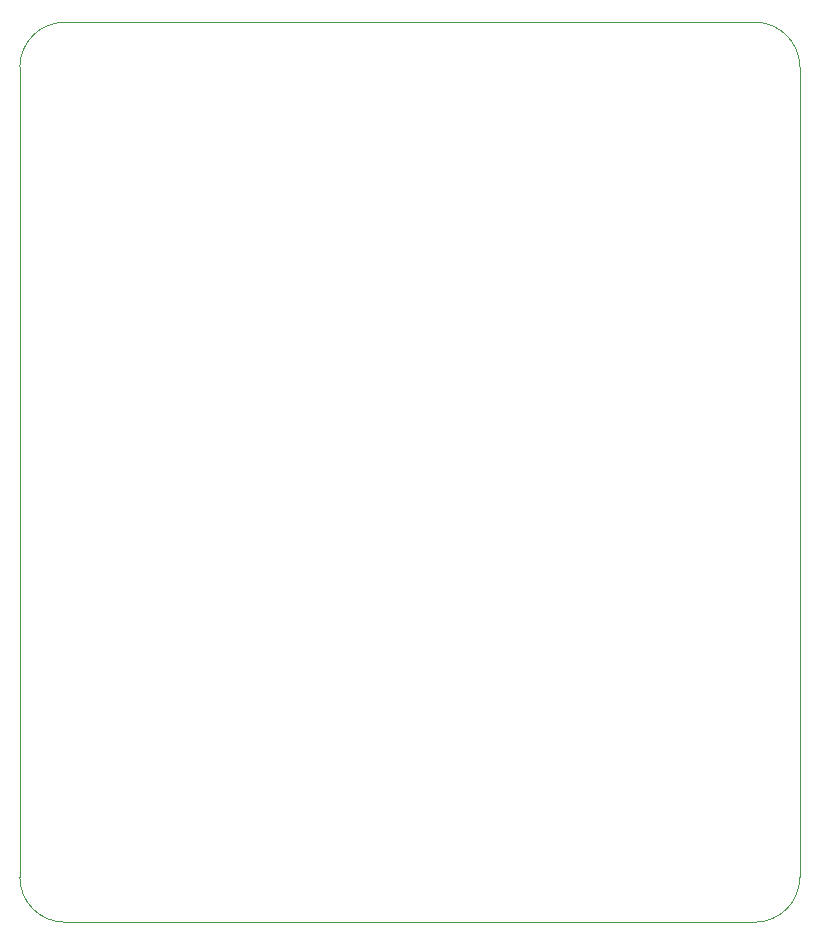
<source format=gbr>
G04 #@! TF.GenerationSoftware,KiCad,Pcbnew,(5.1.5)-3*
G04 #@! TF.CreationDate,2020-03-16T22:45:32+11:00*
G04 #@! TF.ProjectId,ADE7816_Breakout,41444537-3831-4365-9f42-7265616b6f75,rev?*
G04 #@! TF.SameCoordinates,Original*
G04 #@! TF.FileFunction,Profile,NP*
%FSLAX46Y46*%
G04 Gerber Fmt 4.6, Leading zero omitted, Abs format (unit mm)*
G04 Created by KiCad (PCBNEW (5.1.5)-3) date 2020-03-16 22:45:32*
%MOMM*%
%LPD*%
G04 APERTURE LIST*
%ADD10C,0.050000*%
G04 APERTURE END LIST*
D10*
X93980000Y-34290000D02*
G75*
G02X97790000Y-30480000I3810000J0D01*
G01*
X97790000Y-106680000D02*
G75*
G02X93980000Y-102870000I0J3810000D01*
G01*
X160020000Y-102870000D02*
G75*
G02X156210000Y-106680000I-3810000J0D01*
G01*
X156210000Y-30480000D02*
G75*
G02X160020000Y-34290000I0J-3810000D01*
G01*
X156210000Y-30480000D02*
X97790000Y-30480000D01*
X160020000Y-102870000D02*
X160020000Y-34290000D01*
X97790000Y-106680000D02*
X156210000Y-106680000D01*
X93980000Y-34290000D02*
X93980000Y-102870000D01*
M02*

</source>
